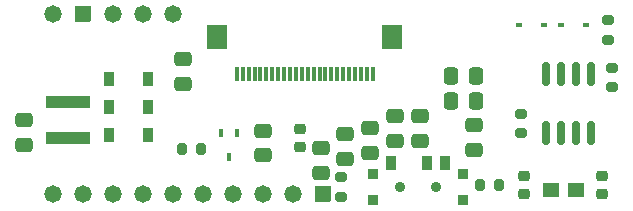
<source format=gts>
G04 #@! TF.GenerationSoftware,KiCad,Pcbnew,6.0.8-f2edbf62ab~116~ubuntu20.04.1*
G04 #@! TF.CreationDate,2022-10-29T07:55:17+02:00*
G04 #@! TF.ProjectId,tinypico-goodisplay,74696e79-7069-4636-9f2d-676f6f646973,rev?*
G04 #@! TF.SameCoordinates,Original*
G04 #@! TF.FileFunction,Soldermask,Top*
G04 #@! TF.FilePolarity,Negative*
%FSLAX46Y46*%
G04 Gerber Fmt 4.6, Leading zero omitted, Abs format (unit mm)*
G04 Created by KiCad (PCBNEW 6.0.8-f2edbf62ab~116~ubuntu20.04.1) date 2022-10-29 07:55:17*
%MOMM*%
%LPD*%
G01*
G04 APERTURE LIST*
G04 Aperture macros list*
%AMRoundRect*
0 Rectangle with rounded corners*
0 $1 Rounding radius*
0 $2 $3 $4 $5 $6 $7 $8 $9 X,Y pos of 4 corners*
0 Add a 4 corners polygon primitive as box body*
4,1,4,$2,$3,$4,$5,$6,$7,$8,$9,$2,$3,0*
0 Add four circle primitives for the rounded corners*
1,1,$1+$1,$2,$3*
1,1,$1+$1,$4,$5*
1,1,$1+$1,$6,$7*
1,1,$1+$1,$8,$9*
0 Add four rect primitives between the rounded corners*
20,1,$1+$1,$2,$3,$4,$5,0*
20,1,$1+$1,$4,$5,$6,$7,0*
20,1,$1+$1,$6,$7,$8,$9,0*
20,1,$1+$1,$8,$9,$2,$3,0*%
G04 Aperture macros list end*
%ADD10RoundRect,0.250000X0.475000X-0.337500X0.475000X0.337500X-0.475000X0.337500X-0.475000X-0.337500X0*%
%ADD11RoundRect,0.250000X0.337500X0.475000X-0.337500X0.475000X-0.337500X-0.475000X0.337500X-0.475000X0*%
%ADD12R,0.600000X0.450000*%
%ADD13R,0.450000X0.700000*%
%ADD14RoundRect,0.200000X-0.200000X-0.275000X0.200000X-0.275000X0.200000X0.275000X-0.200000X0.275000X0*%
%ADD15R,1.422400X1.295400*%
%ADD16RoundRect,0.225000X0.250000X-0.225000X0.250000X0.225000X-0.250000X0.225000X-0.250000X-0.225000X0*%
%ADD17C,0.889000*%
%ADD18R,0.889000X1.244600*%
%ADD19R,0.812800X0.939800*%
%ADD20RoundRect,0.200000X0.275000X-0.200000X0.275000X0.200000X-0.275000X0.200000X-0.275000X-0.200000X0*%
%ADD21R,0.900000X1.200000*%
%ADD22R,3.708400X1.092200*%
%ADD23RoundRect,0.200000X0.200000X0.275000X-0.200000X0.275000X-0.200000X-0.275000X0.200000X-0.275000X0*%
%ADD24C,1.473200*%
%ADD25RoundRect,0.025400X0.635000X-0.635000X0.635000X0.635000X-0.635000X0.635000X-0.635000X-0.635000X0*%
%ADD26R,0.304800X1.193800*%
%ADD27R,1.803400X2.006600*%
%ADD28RoundRect,0.225000X-0.250000X0.225000X-0.250000X-0.225000X0.250000X-0.225000X0.250000X0.225000X0*%
%ADD29RoundRect,0.250000X-0.475000X0.337500X-0.475000X-0.337500X0.475000X-0.337500X0.475000X0.337500X0*%
%ADD30RoundRect,0.150000X0.150000X-0.825000X0.150000X0.825000X-0.150000X0.825000X-0.150000X-0.825000X0*%
G04 APERTURE END LIST*
D10*
X98950000Y-49537500D03*
X98950000Y-47462500D03*
D11*
X112087500Y-41350000D03*
X110012500Y-41350000D03*
D10*
X87250000Y-41987500D03*
X87250000Y-39912500D03*
D12*
X117850000Y-36995000D03*
X115750000Y-36995000D03*
D13*
X91850000Y-46200000D03*
X90550000Y-46200000D03*
X91200000Y-48200000D03*
D14*
X112425000Y-50600000D03*
X114075000Y-50600000D03*
D10*
X107350000Y-46837500D03*
X107350000Y-44762500D03*
D15*
X120592200Y-50950000D03*
X118407800Y-50950000D03*
D16*
X97200000Y-47375000D03*
X97200000Y-45825000D03*
D17*
X108688600Y-50740000D03*
X105691400Y-50740000D03*
D18*
X104942100Y-48664820D03*
X107939300Y-48664820D03*
X109437900Y-48664820D03*
D19*
X103390160Y-49609700D03*
X110989840Y-49609700D03*
X103390160Y-51870300D03*
X110989840Y-51870300D03*
D20*
X123300000Y-38250000D03*
X123300000Y-36600000D03*
D21*
X81050000Y-43950000D03*
X84350000Y-43950000D03*
D20*
X115950000Y-46175000D03*
X115950000Y-44525000D03*
D10*
X105250000Y-46837500D03*
X105250000Y-44762500D03*
X94050000Y-48037500D03*
X94050000Y-45962500D03*
D21*
X84350000Y-41550000D03*
X81050000Y-41550000D03*
D12*
X119300000Y-37050000D03*
X121400000Y-37050000D03*
D20*
X100700000Y-51575000D03*
X100700000Y-49925000D03*
D11*
X112087500Y-43450000D03*
X110012500Y-43450000D03*
D22*
X77550000Y-46548600D03*
X77550000Y-43551400D03*
D23*
X88825000Y-47550000D03*
X87175000Y-47550000D03*
D24*
X76254000Y-36080000D03*
D25*
X78794000Y-36080000D03*
D24*
X81334000Y-36080000D03*
X83874000Y-36080000D03*
X86414000Y-36080000D03*
D25*
X99114000Y-51320000D03*
D24*
X96574000Y-51320000D03*
X94034000Y-51320000D03*
X91494000Y-51320000D03*
X88954000Y-51320000D03*
X86414000Y-51320000D03*
X83874000Y-51320000D03*
X81334000Y-51320000D03*
X78794000Y-51320000D03*
X76254000Y-51320000D03*
D10*
X111950000Y-47587500D03*
X111950000Y-45512500D03*
D26*
X103350001Y-41199999D03*
X102850000Y-41199999D03*
X102350001Y-41199999D03*
X101849999Y-41199999D03*
X101350000Y-41199999D03*
X100850001Y-41199999D03*
X100350000Y-41199999D03*
X99850001Y-41199999D03*
X99349999Y-41199999D03*
X98850000Y-41199999D03*
X98350001Y-41199999D03*
X97850000Y-41199999D03*
X97350000Y-41199999D03*
X96849999Y-41199999D03*
X96350000Y-41199999D03*
X95850001Y-41199999D03*
X95349999Y-41199999D03*
X94850000Y-41199999D03*
X94349999Y-41199999D03*
X93850000Y-41199999D03*
X93350001Y-41199999D03*
X92849999Y-41199999D03*
X92350000Y-41199999D03*
X91850001Y-41199999D03*
D27*
X105000000Y-38050000D03*
X90200000Y-38050000D03*
D20*
X123650000Y-42300000D03*
X123650000Y-40650000D03*
D10*
X103150000Y-47837500D03*
X103150000Y-45762500D03*
D28*
X116200000Y-49775000D03*
X116200000Y-51325000D03*
D21*
X84350000Y-46350000D03*
X81050000Y-46350000D03*
D28*
X122800000Y-49775000D03*
X122800000Y-51325000D03*
D29*
X73800000Y-45100000D03*
X73800000Y-47175000D03*
D30*
X118045000Y-46125000D03*
X119315000Y-46125000D03*
X120585000Y-46125000D03*
X121855000Y-46125000D03*
X121855000Y-41175000D03*
X120585000Y-41175000D03*
X119315000Y-41175000D03*
X118045000Y-41175000D03*
D10*
X101000000Y-48337500D03*
X101000000Y-46262500D03*
M02*

</source>
